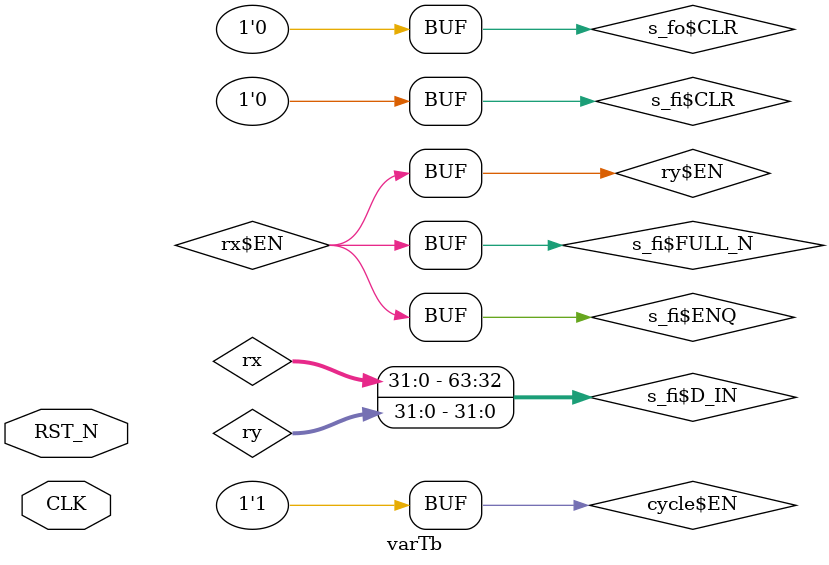
<source format=v>

`ifdef BSV_ASSIGNMENT_DELAY
`else
  `define BSV_ASSIGNMENT_DELAY
`endif

`ifdef BSV_POSITIVE_RESET
  `define BSV_RESET_VALUE 1'b1
  `define BSV_RESET_EDGE posedge
`else
  `define BSV_RESET_VALUE 1'b0
  `define BSV_RESET_EDGE negedge
`endif

module varTb(CLK,
	     RST_N);
  input  CLK;
  input  RST_N;

  // register cycle
  reg [31 : 0] cycle;
  wire [31 : 0] cycle$D_IN;
  wire cycle$EN;

  // register rx
  reg [31 : 0] rx;
  wire [31 : 0] rx$D_IN;
  wire rx$EN;

  // register ry
  reg [31 : 0] ry;
  wire [31 : 0] ry$D_IN;
  wire ry$EN;

  // ports of submodule s_fi
  wire [63 : 0] s_fi$D_IN, s_fi$D_OUT;
  wire s_fi$CLR, s_fi$DEQ, s_fi$EMPTY_N, s_fi$ENQ, s_fi$FULL_N;

  // ports of submodule s_fo
  wire [63 : 0] s_fo$D_IN, s_fo$D_OUT;
  wire s_fo$CLR, s_fo$DEQ, s_fo$EMPTY_N, s_fo$ENQ, s_fo$FULL_N;

  // submodule s_fi
  FIFO2 #(.width(32'd64), .guarded(1'd1)) s_fi(.RST(RST_N),
					       .CLK(CLK),
					       .D_IN(s_fi$D_IN),
					       .ENQ(s_fi$ENQ),
					       .DEQ(s_fi$DEQ),
					       .CLR(s_fi$CLR),
					       .D_OUT(s_fi$D_OUT),
					       .FULL_N(s_fi$FULL_N),
					       .EMPTY_N(s_fi$EMPTY_N));

  // submodule s_fo
  FIFO2 #(.width(32'd64), .guarded(1'd1)) s_fo(.RST(RST_N),
					       .CLK(CLK),
					       .D_IN(s_fo$D_IN),
					       .ENQ(s_fo$ENQ),
					       .DEQ(s_fo$DEQ),
					       .CLR(s_fo$CLR),
					       .D_OUT(s_fo$D_OUT),
					       .FULL_N(s_fo$FULL_N),
					       .EMPTY_N(s_fo$EMPTY_N));

  // register cycle
  assign cycle$D_IN = cycle + 32'd1 ;
  assign cycle$EN = 1'd1 ;

  // register rx
  assign rx$D_IN = rx + 32'd1 ;
  assign rx$EN = s_fi$FULL_N ;

  // register ry
  assign ry$D_IN = ry + 32'd1 ;
  assign ry$EN = s_fi$FULL_N ;

  // submodule s_fi
  assign s_fi$D_IN = { rx, ry } ;
  assign s_fi$ENQ = s_fi$FULL_N ;
  assign s_fi$DEQ = s_fi$EMPTY_N && s_fo$FULL_N ;
  assign s_fi$CLR = 1'b0 ;

  // submodule s_fo
  assign s_fo$D_IN =
	     { s_fi$D_OUT[63:32] + 32'd15, s_fi$D_OUT[31:0] + 32'd28 } ;
  assign s_fo$ENQ = s_fi$EMPTY_N && s_fo$FULL_N ;
  assign s_fo$DEQ = s_fo$EMPTY_N ;
  assign s_fo$CLR = 1'b0 ;

  // handling of inlined registers

  always@(posedge CLK)
  begin
    if (RST_N == `BSV_RESET_VALUE)
      begin
        cycle <= `BSV_ASSIGNMENT_DELAY 32'd0;
	rx <= `BSV_ASSIGNMENT_DELAY 32'd0;
	ry <= `BSV_ASSIGNMENT_DELAY 32'd0;
      end
    else
      begin
        if (cycle$EN) cycle <= `BSV_ASSIGNMENT_DELAY cycle$D_IN;
	if (rx$EN) rx <= `BSV_ASSIGNMENT_DELAY rx$D_IN;
	if (ry$EN) ry <= `BSV_ASSIGNMENT_DELAY ry$D_IN;
      end
  end

  // synopsys translate_off
  `ifdef BSV_NO_INITIAL_BLOCKS
  `else // not BSV_NO_INITIAL_BLOCKS
  initial
  begin
    cycle = 32'hAAAAAAAA;
    rx = 32'hAAAAAAAA;
    ry = 32'hAAAAAAAA;
  end
  `endif // BSV_NO_INITIAL_BLOCKS
  // synopsys translate_on

  // handling of system tasks

  // synopsys translate_off
  always@(negedge CLK)
  begin
    #0;
    if (RST_N != `BSV_RESET_VALUE)
      if (s_fi$FULL_N)
	$display("%0d, rule source, sending Coord { x: %0d, y: %0d }",
		 $signed(cycle),
		 $signed(rx),
		 $signed(ry));
    if (RST_N != `BSV_RESET_VALUE)
      if (s_fo$EMPTY_N)
	$display("%0d, rule sink, recving Coord { x: %0d, y: %0d }",
		 $signed(cycle),
		 $signed(s_fo$D_OUT[63:32]),
		 $signed(s_fo$D_OUT[31:0]));
    if (RST_N != `BSV_RESET_VALUE)
      if ((cycle ^ 32'h80000000) > 32'h80000007) $finish(32'd1);
  end
  // synopsys translate_on
endmodule  // varTb


</source>
